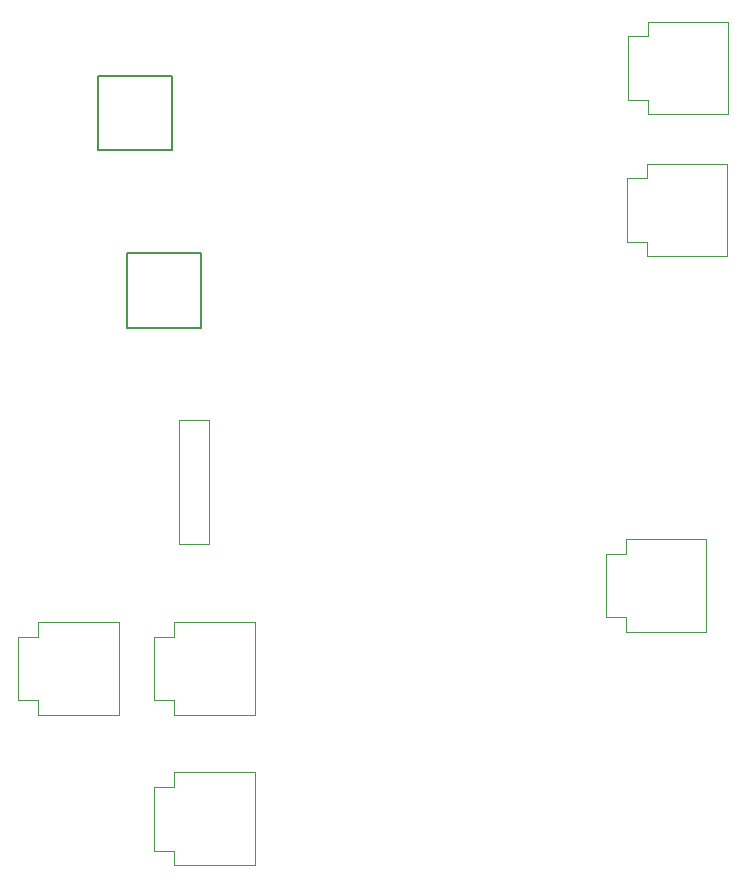
<source format=gbr>
G04*
G04 #@! TF.GenerationSoftware,Altium Limited,Altium Designer,22.4.2 (48)*
G04*
G04 Layer_Color=16711935*
%FSLAX25Y25*%
%MOIN*%
G70*
G04*
G04 #@! TF.SameCoordinates,D1C75A00-648E-4898-854E-167750E82D76*
G04*
G04*
G04 #@! TF.FilePolarity,Positive*
G04*
G01*
G75*
%ADD11C,0.00500*%
%ADD43C,0.00394*%
D11*
X46654Y273032D02*
Y297835D01*
X71457D01*
Y273032D02*
Y297835D01*
X46654Y273032D02*
X71457D01*
X56497Y213976D02*
X81300D01*
Y238780D01*
X56497D02*
X81300D01*
X56497Y213976D02*
Y238780D01*
D43*
X229724Y268642D02*
X256496D01*
Y237697D02*
Y268642D01*
X229724Y237697D02*
X256496D01*
X223031Y263720D02*
X229724D01*
X223031Y242618D02*
X229724D01*
Y237697D02*
Y242618D01*
Y263720D02*
Y268642D01*
X223031Y242618D02*
Y263720D01*
X230118Y315965D02*
X256890D01*
Y285020D02*
Y315965D01*
X230118Y285020D02*
X256890D01*
X223425Y311043D02*
X230118D01*
X223425Y289941D02*
X230118D01*
Y285020D02*
Y289941D01*
Y311043D02*
Y315965D01*
X223425Y289941D02*
Y311043D01*
X216142Y117402D02*
Y138504D01*
X222835D02*
Y143425D01*
Y112480D02*
Y117402D01*
X216142D02*
X222835D01*
X216142Y138504D02*
X222835D01*
Y112480D02*
X249606D01*
Y143425D01*
X222835D02*
X249606D01*
X65551Y39646D02*
Y60748D01*
X72244D02*
Y65669D01*
Y34725D02*
Y39646D01*
X65551D02*
X72244D01*
X65551Y60748D02*
X72244D01*
Y34725D02*
X99016D01*
Y65669D01*
X72244D02*
X99016D01*
X20276Y89842D02*
Y110945D01*
X26969D02*
Y115866D01*
Y84921D02*
Y89842D01*
X20276D02*
X26969D01*
X20276Y110945D02*
X26969D01*
Y84921D02*
X53740D01*
Y115866D01*
X26969D02*
X53740D01*
X65551Y89842D02*
Y110945D01*
X72244D02*
Y115866D01*
Y84921D02*
Y89842D01*
X65551D02*
X72244D01*
X65551Y110945D02*
X72244D01*
Y84921D02*
X99016D01*
Y115866D01*
X72244D02*
X99016D01*
X73740Y183228D02*
X83740D01*
Y141732D02*
Y183228D01*
X73740Y141732D02*
X83740D01*
X73740D02*
Y183228D01*
M02*

</source>
